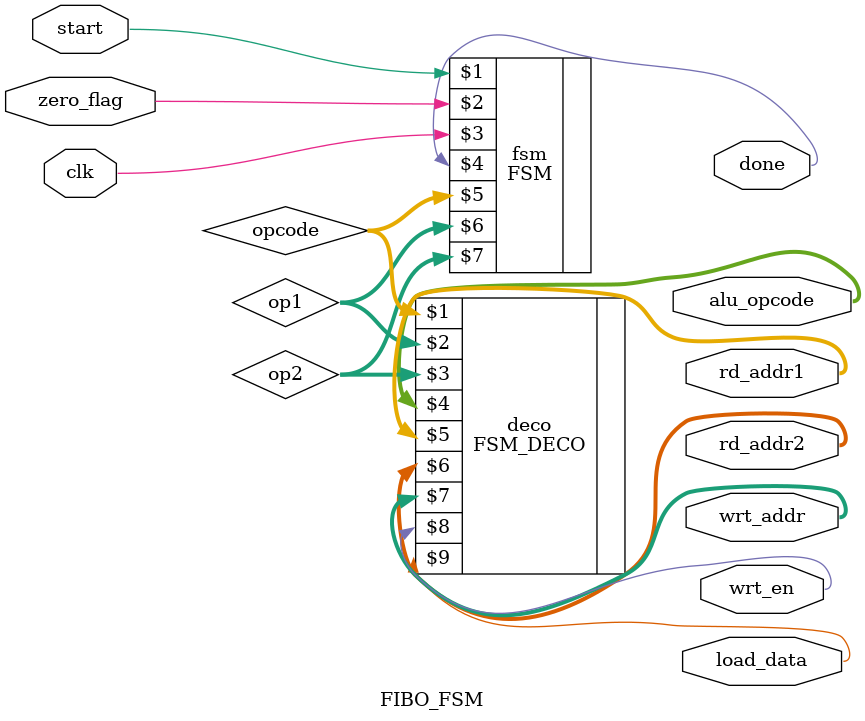
<source format=v>
module FIBO_FSM(start,zero_flag,clk,alu_opcode,rd_addr1,rd_addr2,wrt_addr,wrt_en,load_data,done);
  input clk,start,zero_flag;
  output wrt_en,done,load_data;
  output[1:0]wrt_addr,rd_addr1,rd_addr2;
  output[2:0]alu_opcode;
  wire [2:0]opcode;
  wire [1:0]op1,op2;
  FSM fsm(start,zero_flag,clk,done,opcode,op1,op2);
  FSM_DECO deco(opcode,op1,op2,alu_opcode,rd_addr1,rd_addr2,wrt_addr,wrt_en,load_data);
endmodule

</source>
